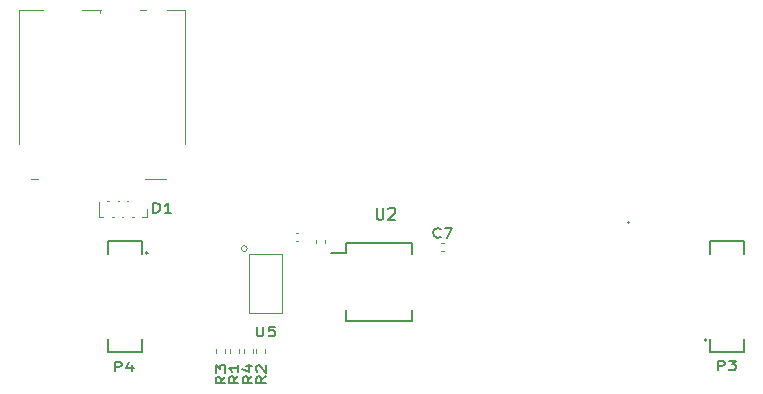
<source format=gbr>
%TF.GenerationSoftware,KiCad,Pcbnew,(6.0.7)*%
%TF.CreationDate,2022-09-26T14:07:28+03:00*%
%TF.ProjectId,202-combi-v0.2,3230322d-636f-46d6-9269-2d76302e322e,rev?*%
%TF.SameCoordinates,PX328b740PY3479d68*%
%TF.FileFunction,Legend,Top*%
%TF.FilePolarity,Positive*%
%FSLAX46Y46*%
G04 Gerber Fmt 4.6, Leading zero omitted, Abs format (unit mm)*
G04 Created by KiCad (PCBNEW (6.0.7)) date 2022-09-26 14:07:28*
%MOMM*%
%LPD*%
G01*
G04 APERTURE LIST*
%ADD10C,0.200000*%
%ADD11C,0.150000*%
%ADD12C,0.120000*%
%ADD13C,0.127000*%
G04 APERTURE END LIST*
D10*
%TO.C,U5*%
X21163095Y-27524343D02*
X21163095Y-28171962D01*
X21210714Y-28248153D01*
X21258333Y-28286248D01*
X21353571Y-28324343D01*
X21544047Y-28324343D01*
X21639285Y-28286248D01*
X21686904Y-28248153D01*
X21734523Y-28171962D01*
X21734523Y-27524343D01*
X22686904Y-27524343D02*
X22210714Y-27524343D01*
X22163095Y-27905296D01*
X22210714Y-27867200D01*
X22305952Y-27829105D01*
X22544047Y-27829105D01*
X22639285Y-27867200D01*
X22686904Y-27905296D01*
X22734523Y-27981486D01*
X22734523Y-28171962D01*
X22686904Y-28248153D01*
X22639285Y-28286248D01*
X22544047Y-28324343D01*
X22305952Y-28324343D01*
X22210714Y-28286248D01*
X22163095Y-28248153D01*
%TO.C,R2*%
X21936904Y-31741666D02*
X21555952Y-32075000D01*
X21936904Y-32313095D02*
X21136904Y-32313095D01*
X21136904Y-31932142D01*
X21175000Y-31836904D01*
X21213095Y-31789285D01*
X21289285Y-31741666D01*
X21403571Y-31741666D01*
X21479761Y-31789285D01*
X21517857Y-31836904D01*
X21555952Y-31932142D01*
X21555952Y-32313095D01*
X21213095Y-31360714D02*
X21175000Y-31313095D01*
X21136904Y-31217857D01*
X21136904Y-30979761D01*
X21175000Y-30884523D01*
X21213095Y-30836904D01*
X21289285Y-30789285D01*
X21365476Y-30789285D01*
X21479761Y-30836904D01*
X21936904Y-31408333D01*
X21936904Y-30789285D01*
%TO.C,R1*%
X19611904Y-31706666D02*
X19230952Y-32040000D01*
X19611904Y-32278095D02*
X18811904Y-32278095D01*
X18811904Y-31897142D01*
X18850000Y-31801904D01*
X18888095Y-31754285D01*
X18964285Y-31706666D01*
X19078571Y-31706666D01*
X19154761Y-31754285D01*
X19192857Y-31801904D01*
X19230952Y-31897142D01*
X19230952Y-32278095D01*
X19611904Y-30754285D02*
X19611904Y-31325714D01*
X19611904Y-31040000D02*
X18811904Y-31040000D01*
X18926190Y-31135238D01*
X19002380Y-31230476D01*
X19040476Y-31325714D01*
%TO.C,R4*%
X20786904Y-31706666D02*
X20405952Y-32040000D01*
X20786904Y-32278095D02*
X19986904Y-32278095D01*
X19986904Y-31897142D01*
X20025000Y-31801904D01*
X20063095Y-31754285D01*
X20139285Y-31706666D01*
X20253571Y-31706666D01*
X20329761Y-31754285D01*
X20367857Y-31801904D01*
X20405952Y-31897142D01*
X20405952Y-32278095D01*
X20253571Y-30849523D02*
X20786904Y-30849523D01*
X19948809Y-31087619D02*
X20520238Y-31325714D01*
X20520238Y-30706666D01*
%TO.C,D1*%
X12411904Y-17861904D02*
X12411904Y-17061904D01*
X12650000Y-17061904D01*
X12792857Y-17100000D01*
X12888095Y-17176190D01*
X12935714Y-17252380D01*
X12983333Y-17404761D01*
X12983333Y-17519047D01*
X12935714Y-17671428D01*
X12888095Y-17747619D01*
X12792857Y-17823809D01*
X12650000Y-17861904D01*
X12411904Y-17861904D01*
X13935714Y-17861904D02*
X13364285Y-17861904D01*
X13650000Y-17861904D02*
X13650000Y-17061904D01*
X13554761Y-17176190D01*
X13459523Y-17252380D01*
X13364285Y-17290476D01*
D11*
%TO.C,U2*%
X31308095Y-17462380D02*
X31308095Y-18271904D01*
X31355714Y-18367142D01*
X31403333Y-18414761D01*
X31498571Y-18462380D01*
X31689047Y-18462380D01*
X31784285Y-18414761D01*
X31831904Y-18367142D01*
X31879523Y-18271904D01*
X31879523Y-17462380D01*
X32308095Y-17557619D02*
X32355714Y-17510000D01*
X32450952Y-17462380D01*
X32689047Y-17462380D01*
X32784285Y-17510000D01*
X32831904Y-17557619D01*
X32879523Y-17652857D01*
X32879523Y-17748095D01*
X32831904Y-17890952D01*
X32260476Y-18462380D01*
X32879523Y-18462380D01*
D10*
%TO.C,P4*%
X9161904Y-31311904D02*
X9161904Y-30511904D01*
X9542857Y-30511904D01*
X9638095Y-30550000D01*
X9685714Y-30588095D01*
X9733333Y-30664285D01*
X9733333Y-30778571D01*
X9685714Y-30854761D01*
X9638095Y-30892857D01*
X9542857Y-30930952D01*
X9161904Y-30930952D01*
X10590476Y-30778571D02*
X10590476Y-31311904D01*
X10352380Y-30473809D02*
X10114285Y-31045238D01*
X10733333Y-31045238D01*
%TO.C,C7*%
X36733333Y-19900714D02*
X36685714Y-19938809D01*
X36542857Y-19976904D01*
X36447619Y-19976904D01*
X36304761Y-19938809D01*
X36209523Y-19862619D01*
X36161904Y-19786428D01*
X36114285Y-19634047D01*
X36114285Y-19519761D01*
X36161904Y-19367380D01*
X36209523Y-19291190D01*
X36304761Y-19215000D01*
X36447619Y-19176904D01*
X36542857Y-19176904D01*
X36685714Y-19215000D01*
X36733333Y-19253095D01*
X37066666Y-19176904D02*
X37733333Y-19176904D01*
X37304761Y-19976904D01*
%TO.C,P3*%
X60211904Y-31211904D02*
X60211904Y-30411904D01*
X60592857Y-30411904D01*
X60688095Y-30450000D01*
X60735714Y-30488095D01*
X60783333Y-30564285D01*
X60783333Y-30678571D01*
X60735714Y-30754761D01*
X60688095Y-30792857D01*
X60592857Y-30830952D01*
X60211904Y-30830952D01*
X61116666Y-30411904D02*
X61735714Y-30411904D01*
X61402380Y-30716666D01*
X61545238Y-30716666D01*
X61640476Y-30754761D01*
X61688095Y-30792857D01*
X61735714Y-30869047D01*
X61735714Y-31059523D01*
X61688095Y-31135714D01*
X61640476Y-31173809D01*
X61545238Y-31211904D01*
X61259523Y-31211904D01*
X61164285Y-31173809D01*
X61116666Y-31135714D01*
%TO.C,R3*%
X18511904Y-31756666D02*
X18130952Y-32090000D01*
X18511904Y-32328095D02*
X17711904Y-32328095D01*
X17711904Y-31947142D01*
X17750000Y-31851904D01*
X17788095Y-31804285D01*
X17864285Y-31756666D01*
X17978571Y-31756666D01*
X18054761Y-31804285D01*
X18092857Y-31851904D01*
X18130952Y-31947142D01*
X18130952Y-32328095D01*
X17711904Y-31423333D02*
X17711904Y-30804285D01*
X18016666Y-31137619D01*
X18016666Y-30994761D01*
X18054761Y-30899523D01*
X18092857Y-30851904D01*
X18169047Y-30804285D01*
X18359523Y-30804285D01*
X18435714Y-30851904D01*
X18473809Y-30899523D01*
X18511904Y-30994761D01*
X18511904Y-31280476D01*
X18473809Y-31375714D01*
X18435714Y-31423333D01*
D12*
%TO.C,P8*%
X52731939Y-18686326D02*
G75*
G03*
X52731939Y-18686326I-100000J0D01*
G01*
%TO.C,J1*%
X15071100Y-12095209D02*
X15071100Y-696350D01*
X7921000Y-696350D02*
X7921000Y-950350D01*
X1024900Y-696350D02*
X1024900Y-12095210D01*
X15071100Y-696350D02*
X13601153Y-696350D01*
X11794849Y-696350D02*
X11301125Y-696350D01*
X3094873Y-696350D02*
X1024900Y-696350D01*
X7994874Y-696350D02*
X6401125Y-696350D01*
X2074809Y-15047350D02*
X2659659Y-15047350D01*
X11736339Y-15047350D02*
X13467191Y-15047350D01*
%TO.C,U5*%
X20527332Y-21387438D02*
X23322668Y-21387438D01*
X23322668Y-26387438D02*
X23322668Y-21387438D01*
X20527332Y-26387438D02*
X20527332Y-21387438D01*
X20527332Y-26387438D02*
X23322668Y-26387438D01*
X20364804Y-20912563D02*
G75*
G03*
X20364804Y-20912563I-250000J0D01*
G01*
%TO.C,R2*%
X21120000Y-29728641D02*
X21120000Y-29421359D01*
X21880000Y-29728641D02*
X21880000Y-29421359D01*
%TO.C,C17*%
X24467164Y-19565000D02*
X24682836Y-19565000D01*
X24467164Y-20285000D02*
X24682836Y-20285000D01*
%TO.C,R1*%
X19655000Y-29743641D02*
X19655000Y-29436359D01*
X18895000Y-29743641D02*
X18895000Y-29436359D01*
%TO.C,R4*%
X20070000Y-29436359D02*
X20070000Y-29743641D01*
X20830000Y-29436359D02*
X20830000Y-29743641D01*
%TO.C,D1*%
X8675000Y-16900000D02*
X8475000Y-16900000D01*
X10275000Y-16900000D02*
X10175000Y-16900000D01*
X9875000Y-18200000D02*
X9775000Y-18200000D01*
X7775000Y-18200000D02*
X7775000Y-17000000D01*
X10775000Y-18200000D02*
X10575000Y-18200000D01*
X11475000Y-18200000D02*
X11875000Y-18200000D01*
X9475000Y-16900000D02*
X9375000Y-16900000D01*
X11875000Y-18200000D02*
X11875000Y-17550000D01*
X9075000Y-18200000D02*
X8875000Y-18200000D01*
X8175000Y-18200000D02*
X7775000Y-18200000D01*
D11*
%TO.C,U2*%
X28750000Y-20475000D02*
X34300000Y-20475000D01*
X28750000Y-27025000D02*
X28750000Y-26125000D01*
X34300000Y-20475000D02*
X34300000Y-21375000D01*
X28750000Y-21275000D02*
X27475000Y-21275000D01*
X28750000Y-27025000D02*
X34300000Y-27025000D01*
X28750000Y-20475000D02*
X28750000Y-21275000D01*
X34300000Y-27025000D02*
X34300000Y-26125000D01*
D12*
%TO.C,C6*%
X26935000Y-20402836D02*
X26935000Y-20187164D01*
X26215000Y-20402836D02*
X26215000Y-20187164D01*
D13*
%TO.C,P4*%
X8555394Y-20284155D02*
X8555394Y-21364155D01*
X11435394Y-20284155D02*
X11435394Y-21364155D01*
X11435394Y-29664155D02*
X11435394Y-28584155D01*
X11435394Y-20284155D02*
X8555394Y-20284155D01*
X8555394Y-29664155D02*
X11435394Y-29664155D01*
X8555394Y-29664155D02*
X8555394Y-28584155D01*
D10*
X11934455Y-21307358D02*
G75*
G03*
X11934455Y-21307358I-100000J0D01*
G01*
D12*
%TO.C,C7*%
X36792164Y-21135000D02*
X37007836Y-21135000D01*
X36792164Y-20415000D02*
X37007836Y-20415000D01*
D13*
%TO.C,P3*%
X59564606Y-20285845D02*
X59564606Y-21365845D01*
X62444606Y-20285845D02*
X59564606Y-20285845D01*
X59564606Y-29665845D02*
X59564606Y-28585845D01*
X59564606Y-29665845D02*
X62444606Y-29665845D01*
X62444606Y-20285845D02*
X62444606Y-21365845D01*
X62444606Y-29665845D02*
X62444606Y-28585845D01*
D10*
X59265545Y-28642642D02*
G75*
G03*
X59265545Y-28642642I-100000J0D01*
G01*
D12*
%TO.C,R3*%
X17720000Y-29436359D02*
X17720000Y-29743641D01*
X18480000Y-29436359D02*
X18480000Y-29743641D01*
%TD*%
M02*

</source>
